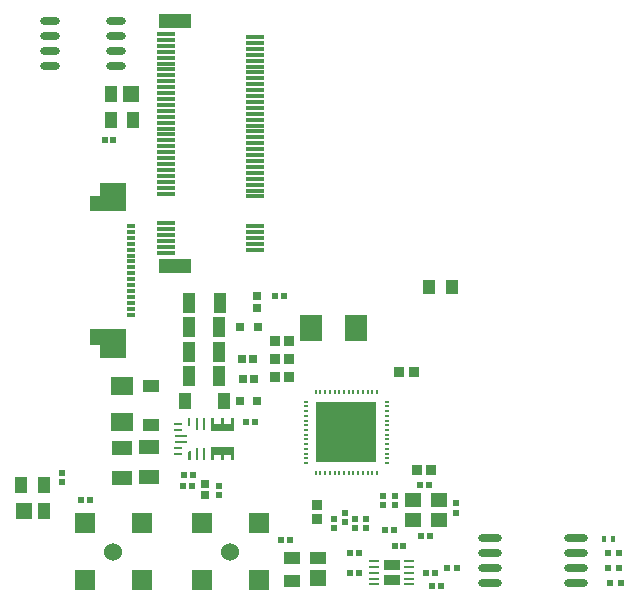
<source format=gbr>
G04*
G04 #@! TF.GenerationSoftware,Altium Limited,Altium Designer,24.1.2 (44)*
G04*
G04 Layer_Color=8421504*
%FSLAX25Y25*%
%MOIN*%
G70*
G04*
G04 #@! TF.SameCoordinates,59DD8EBB-DCD7-4209-94D2-A0ED0100978B*
G04*
G04*
G04 #@! TF.FilePolarity,Positive*
G04*
G01*
G75*
%ADD14R,0.05512X0.03543*%
%ADD15R,0.01968X0.02165*%
%ADD16R,0.02165X0.01968*%
%ADD17C,0.00886*%
%ADD18R,0.00984X0.04331*%
%ADD19C,0.01949*%
%ADD20R,0.00984X0.02756*%
%ADD21R,0.02756X0.00984*%
%ADD22R,0.04331X0.00984*%
%ADD23R,0.02756X0.02953*%
%ADD24R,0.02126X0.02284*%
%ADD25R,0.05512X0.05512*%
%ADD26R,0.05512X0.03937*%
%ADD27R,0.03937X0.05512*%
%ADD28R,0.05512X0.05512*%
%ADD29R,0.02237X0.02254*%
%ADD30R,0.01575X0.01968*%
%ADD31R,0.02288X0.02016*%
%ADD32R,0.03347X0.01063*%
%ADD33O,0.06496X0.02559*%
%ADD34R,0.03937X0.04921*%
%ADD35R,0.07000X0.07000*%
%ADD36C,0.06000*%
%ADD37R,0.03150X0.03150*%
%ADD38R,0.02648X0.02631*%
%ADD39O,0.01968X0.00787*%
%ADD40R,0.20472X0.20472*%
%ADD41O,0.00787X0.01968*%
%ADD42R,0.02047X0.02047*%
%ADD43R,0.02047X0.02047*%
%ADD44R,0.05512X0.04724*%
%ADD45R,0.03563X0.03568*%
%ADD46R,0.03568X0.03563*%
%ADD47R,0.07301X0.09000*%
%ADD48R,0.03937X0.03937*%
%ADD49R,0.03150X0.01181*%
%ADD50O,0.07874X0.02756*%
%ADD51R,0.06102X0.01181*%
%ADD52R,0.10827X0.04724*%
%ADD53R,0.04349X0.06717*%
%ADD54R,0.02816X0.02648*%
%ADD55R,0.02756X0.02756*%
%ADD56R,0.04331X0.05315*%
%ADD57R,0.02911X0.02648*%
%ADD58R,0.07505X0.05924*%
%ADD59R,0.06717X0.04546*%
%ADD60R,0.05315X0.04331*%
G36*
X39041Y-349964D02*
X38056D01*
Y-347307D01*
X38549Y-346815D01*
X39041D01*
Y-349964D01*
D02*
G37*
G36*
X53411D02*
X52426D01*
Y-347996D01*
X50064D01*
Y-349964D01*
X49080D01*
Y-347996D01*
X46718D01*
Y-349964D01*
X45734D01*
Y-345634D01*
X53411D01*
Y-349964D01*
D02*
G37*
G36*
X17578Y-306286D02*
Y-315735D01*
X8916D01*
X8916Y-315735D01*
Y-311404D01*
X5570D01*
Y-306286D01*
X17578D01*
X17578Y-306286D01*
D02*
G37*
G36*
X53411Y-340122D02*
X45734D01*
Y-335791D01*
X46718D01*
Y-337759D01*
X49080D01*
Y-335791D01*
X50064D01*
Y-337759D01*
X52426D01*
Y-335791D01*
X53411D01*
Y-340122D01*
D02*
G37*
G36*
X17578Y-266916D02*
X5570D01*
X5570Y-266916D01*
Y-261798D01*
X8916D01*
X8916Y-261798D01*
Y-257467D01*
X17578D01*
Y-266916D01*
D02*
G37*
D14*
X106090Y-389935D02*
D03*
Y-384817D02*
D03*
D15*
X103224Y-364893D02*
D03*
Y-361941D02*
D03*
X107297Y-364893D02*
D03*
Y-361941D02*
D03*
X-3720Y-357136D02*
D03*
Y-354183D02*
D03*
X97496Y-372504D02*
D03*
Y-369551D02*
D03*
X86787Y-372504D02*
D03*
Y-369551D02*
D03*
X93898Y-372504D02*
D03*
Y-369551D02*
D03*
X90484Y-370486D02*
D03*
Y-367533D02*
D03*
D16*
X39713Y-354674D02*
D03*
X36760D02*
D03*
X36629Y-358458D02*
D03*
X39582D02*
D03*
X72042Y-376517D02*
D03*
X69089D02*
D03*
X2519Y-363004D02*
D03*
X5471D02*
D03*
X13334Y-243279D02*
D03*
X10382D02*
D03*
X95223Y-380710D02*
D03*
X92270D02*
D03*
X120426Y-387597D02*
D03*
X117473D02*
D03*
X95256Y-387376D02*
D03*
X92303D02*
D03*
X122446Y-391837D02*
D03*
X119493D02*
D03*
X67368Y-295012D02*
D03*
X70321D02*
D03*
X106938Y-373317D02*
D03*
X103986D02*
D03*
X118392Y-358250D02*
D03*
X115440D02*
D03*
D17*
X38549Y-348390D02*
D03*
D18*
X41108Y-347799D02*
D03*
Y-337956D02*
D03*
X43667Y-347799D02*
D03*
Y-337956D02*
D03*
D19*
X52328Y-346716D02*
D03*
X50163Y-339039D02*
D03*
D20*
X38549Y-337169D02*
D03*
D21*
X35005Y-337956D02*
D03*
Y-339925D02*
D03*
Y-345830D02*
D03*
Y-347799D02*
D03*
D22*
X35793Y-341893D02*
D03*
Y-343862D02*
D03*
D23*
X43997Y-361588D02*
D03*
Y-357848D02*
D03*
D24*
X48385Y-358576D02*
D03*
Y-361647D02*
D03*
D25*
X81595Y-389307D02*
D03*
D26*
Y-382614D02*
D03*
X72933D02*
D03*
Y-390094D02*
D03*
D27*
X20038Y-236389D02*
D03*
X12558D02*
D03*
Y-227728D02*
D03*
X-9932Y-366910D02*
D03*
Y-358249D02*
D03*
X-17413D02*
D03*
D28*
X19251Y-227728D02*
D03*
X-16625Y-366910D02*
D03*
D29*
X178221Y-380986D02*
D03*
X181781D02*
D03*
X128019Y-385710D02*
D03*
X124459D02*
D03*
X179008Y-390710D02*
D03*
X182569D02*
D03*
X181781Y-385710D02*
D03*
X178221D02*
D03*
D30*
X176851Y-376067D02*
D03*
X180001D02*
D03*
D31*
X107044Y-378481D02*
D03*
X109922D02*
D03*
X60446Y-337169D02*
D03*
X57568D02*
D03*
D32*
X111897Y-383439D02*
D03*
Y-385407D02*
D03*
Y-387376D02*
D03*
Y-389345D02*
D03*
Y-391313D02*
D03*
X100283D02*
D03*
Y-389345D02*
D03*
Y-387376D02*
D03*
Y-385407D02*
D03*
Y-383439D02*
D03*
D33*
X-7914Y-203524D02*
D03*
Y-208524D02*
D03*
Y-213524D02*
D03*
Y-218524D02*
D03*
X14330Y-203524D02*
D03*
Y-208524D02*
D03*
Y-213524D02*
D03*
Y-218524D02*
D03*
D34*
X126352Y-292308D02*
D03*
X118478D02*
D03*
D35*
X61862Y-389854D02*
D03*
X42862D02*
D03*
X61862Y-370854D02*
D03*
X42862D02*
D03*
X22747Y-389854D02*
D03*
X3747D02*
D03*
X22747Y-370854D02*
D03*
X3747D02*
D03*
D36*
X52362Y-380354D02*
D03*
X13247Y-380354D02*
D03*
D37*
X55496Y-305329D02*
D03*
X61401D02*
D03*
D38*
X61118Y-299176D02*
D03*
Y-295222D02*
D03*
D39*
X77509Y-350867D02*
D03*
Y-349292D02*
D03*
Y-330394D02*
D03*
Y-331969D02*
D03*
Y-333544D02*
D03*
Y-335119D02*
D03*
Y-336693D02*
D03*
Y-338268D02*
D03*
Y-339843D02*
D03*
Y-341418D02*
D03*
Y-342992D02*
D03*
Y-344567D02*
D03*
Y-346142D02*
D03*
Y-347717D02*
D03*
X104478Y-350867D02*
D03*
Y-349292D02*
D03*
Y-347717D02*
D03*
Y-346142D02*
D03*
Y-344567D02*
D03*
Y-342992D02*
D03*
Y-341418D02*
D03*
Y-339843D02*
D03*
Y-338268D02*
D03*
Y-336693D02*
D03*
Y-335119D02*
D03*
Y-333544D02*
D03*
Y-331969D02*
D03*
Y-330394D02*
D03*
D40*
X90993Y-340630D02*
D03*
D41*
X80757Y-354115D02*
D03*
X82332D02*
D03*
X83907D02*
D03*
X85482D02*
D03*
X87056D02*
D03*
X88631D02*
D03*
X90206D02*
D03*
X91781D02*
D03*
X93356D02*
D03*
X94930D02*
D03*
X96505D02*
D03*
X98080D02*
D03*
X99655D02*
D03*
X101230D02*
D03*
Y-327146D02*
D03*
X99655D02*
D03*
X98080D02*
D03*
X96505D02*
D03*
X94930D02*
D03*
X93356D02*
D03*
X91781D02*
D03*
X90206D02*
D03*
X88631D02*
D03*
X87056D02*
D03*
X85482D02*
D03*
X83907D02*
D03*
X82332D02*
D03*
X80757D02*
D03*
D42*
X127399Y-364264D02*
D03*
Y-367413D02*
D03*
D43*
X115800Y-375044D02*
D03*
X118950D02*
D03*
D44*
X121750Y-369797D02*
D03*
X113088D02*
D03*
Y-363104D02*
D03*
X121750D02*
D03*
D45*
X67063Y-310192D02*
D03*
X71792D02*
D03*
X67063Y-316244D02*
D03*
X71792D02*
D03*
X67063Y-322157D02*
D03*
X71792D02*
D03*
X113414Y-320374D02*
D03*
X108685D02*
D03*
X119188Y-353044D02*
D03*
X114459D02*
D03*
D46*
X81258Y-369464D02*
D03*
Y-364735D02*
D03*
D47*
X94228Y-305692D02*
D03*
X79328D02*
D03*
D48*
X12668Y-262450D02*
D03*
Y-310753D02*
D03*
D49*
X19152Y-301365D02*
D03*
Y-295460D02*
D03*
Y-285617D02*
D03*
Y-271837D02*
D03*
Y-273806D02*
D03*
Y-299396D02*
D03*
Y-275775D02*
D03*
Y-297428D02*
D03*
Y-287585D02*
D03*
Y-277743D02*
D03*
Y-279712D02*
D03*
Y-293491D02*
D03*
Y-281680D02*
D03*
Y-291523D02*
D03*
Y-283648D02*
D03*
Y-289554D02*
D03*
D50*
X167426Y-390710D02*
D03*
Y-385710D02*
D03*
Y-380710D02*
D03*
Y-375710D02*
D03*
X138882Y-390710D02*
D03*
Y-385710D02*
D03*
Y-380710D02*
D03*
Y-375710D02*
D03*
D51*
X60650Y-261980D02*
D03*
X30926Y-207846D02*
D03*
X60650Y-208830D02*
D03*
X30926Y-209815D02*
D03*
X60650Y-210799D02*
D03*
X30926Y-211783D02*
D03*
X60650Y-212767D02*
D03*
X30926Y-213752D02*
D03*
X60650Y-214736D02*
D03*
X30926Y-215720D02*
D03*
X60650Y-216704D02*
D03*
X30926Y-217689D02*
D03*
X60650Y-218673D02*
D03*
X30926Y-219657D02*
D03*
X60650Y-220642D02*
D03*
X30926Y-221626D02*
D03*
X60650Y-222610D02*
D03*
X30926Y-223594D02*
D03*
X60650Y-224579D02*
D03*
X30926Y-225563D02*
D03*
X60650Y-226547D02*
D03*
X30926Y-227531D02*
D03*
X60650Y-228516D02*
D03*
X30926Y-229500D02*
D03*
X60650Y-230484D02*
D03*
X30926Y-231468D02*
D03*
X60650Y-232453D02*
D03*
X30926Y-233437D02*
D03*
X60650Y-234421D02*
D03*
X30926Y-235405D02*
D03*
X60650Y-236390D02*
D03*
X30926Y-237374D02*
D03*
X60650Y-238358D02*
D03*
X30926Y-239342D02*
D03*
X60650Y-240327D02*
D03*
X30926Y-241311D02*
D03*
X60650Y-242295D02*
D03*
X30926Y-243279D02*
D03*
X60650Y-244264D02*
D03*
X30926Y-245248D02*
D03*
X60650Y-246232D02*
D03*
X30926Y-247216D02*
D03*
X60650Y-248201D02*
D03*
X30926Y-249185D02*
D03*
X60650Y-250169D02*
D03*
X30926Y-251153D02*
D03*
X60650Y-252138D02*
D03*
X30926Y-253122D02*
D03*
X60650Y-254106D02*
D03*
X30926Y-255090D02*
D03*
X60650Y-256075D02*
D03*
X30926Y-257059D02*
D03*
X60650Y-258043D02*
D03*
X30926Y-259027D02*
D03*
X60650Y-260012D02*
D03*
X30926Y-260996D02*
D03*
X60650Y-271823D02*
D03*
Y-273791D02*
D03*
Y-275760D02*
D03*
Y-277728D02*
D03*
Y-279697D02*
D03*
X30926Y-270838D02*
D03*
Y-272807D02*
D03*
Y-274775D02*
D03*
Y-276744D02*
D03*
Y-278712D02*
D03*
Y-280681D02*
D03*
D52*
X33977Y-203516D02*
D03*
Y-285012D02*
D03*
D53*
X48724Y-297395D02*
D03*
X38482D02*
D03*
X48698Y-313758D02*
D03*
X38455D02*
D03*
X48698Y-321951D02*
D03*
X38455D02*
D03*
X38455Y-305532D02*
D03*
X48698D02*
D03*
D54*
X56097Y-316084D02*
D03*
X59865D02*
D03*
D55*
X55606Y-330286D02*
D03*
X61118D02*
D03*
D56*
X37080Y-330138D02*
D03*
X50072D02*
D03*
D57*
X60199Y-322847D02*
D03*
X56525D02*
D03*
D58*
X16247Y-325295D02*
D03*
Y-337112D02*
D03*
D59*
X25246Y-355660D02*
D03*
Y-345614D02*
D03*
X16247Y-355852D02*
D03*
Y-345806D02*
D03*
D60*
X25944Y-325131D02*
D03*
Y-338123D02*
D03*
M02*

</source>
